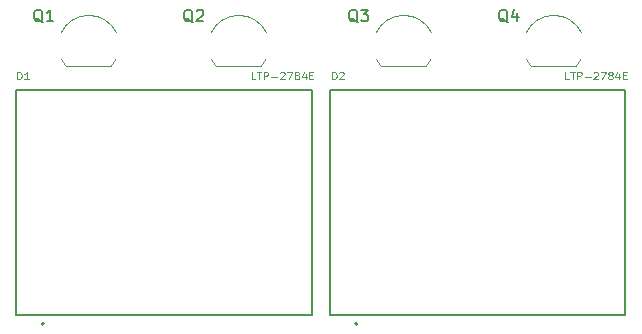
<source format=gbr>
G04 #@! TF.GenerationSoftware,KiCad,Pcbnew,5.99.0-unknown-r16821-0ff20c18*
G04 #@! TF.CreationDate,2019-10-24T19:33:04-05:00*
G04 #@! TF.ProjectId,led_module,6c65645f-6d6f-4647-956c-652e6b696361,C*
G04 #@! TF.SameCoordinates,Original*
G04 #@! TF.FileFunction,Legend,Top*
G04 #@! TF.FilePolarity,Positive*
%FSLAX46Y46*%
G04 Gerber Fmt 4.6, Leading zero omitted, Abs format (unit mm)*
G04 Created by KiCad (PCBNEW 5.99.0-unknown-r16821-0ff20c18) date 2019-10-24 19:33:04*
%MOMM*%
%LPD*%
G04 APERTURE LIST*
%ADD10C,0.120000*%
%ADD11C,0.127000*%
%ADD12C,0.200000*%
%ADD13C,0.150000*%
%ADD14C,0.050000*%
G04 APERTURE END LIST*
D10*
X75962383Y-101442264D02*
G75*
G02X75570000Y-102030000I-2302383J1112264D01*
G01*
X76016400Y-99231193D02*
G75*
G03X73660000Y-97730000I-2356400J-1098807D01*
G01*
X71303600Y-99231193D02*
G75*
G02X73660000Y-97730000I2356400J-1098807D01*
G01*
X71337369Y-101452045D02*
G75*
G03X71720000Y-102030000I2322631J1122045D01*
G01*
X71720000Y-102030000D02*
X75570000Y-102030000D01*
X63262383Y-101442264D02*
G75*
G02X62870000Y-102030000I-2302383J1112264D01*
G01*
X63316400Y-99231193D02*
G75*
G03X60960000Y-97730000I-2356400J-1098807D01*
G01*
X58603600Y-99231193D02*
G75*
G02X60960000Y-97730000I2356400J-1098807D01*
G01*
X58637369Y-101452045D02*
G75*
G03X59020000Y-102030000I2322631J1122045D01*
G01*
X59020000Y-102030000D02*
X62870000Y-102030000D01*
X49292383Y-101442264D02*
G75*
G02X48900000Y-102030000I-2302383J1112264D01*
G01*
X49346400Y-99231193D02*
G75*
G03X46990000Y-97730000I-2356400J-1098807D01*
G01*
X44633600Y-99231193D02*
G75*
G02X46990000Y-97730000I2356400J-1098807D01*
G01*
X44667369Y-101452045D02*
G75*
G03X45050000Y-102030000I2322631J1122045D01*
G01*
X45050000Y-102030000D02*
X48900000Y-102030000D01*
X36592383Y-101442264D02*
G75*
G02X36200000Y-102030000I-2302383J1112264D01*
G01*
X36646400Y-99231193D02*
G75*
G03X34290000Y-97730000I-2356400J-1098807D01*
G01*
X31933600Y-99231193D02*
G75*
G02X34290000Y-97730000I2356400J-1098807D01*
G01*
X31967369Y-101452045D02*
G75*
G03X32350000Y-102030000I2322631J1122045D01*
G01*
X32350000Y-102030000D02*
X36200000Y-102030000D01*
D11*
X79693000Y-104013000D02*
X79693000Y-123063000D01*
X54673000Y-104013000D02*
X79693000Y-104013000D01*
X54673000Y-123063000D02*
X54673000Y-104013000D01*
X79693000Y-123063000D02*
X54673000Y-123063000D01*
D12*
X57033000Y-123838000D02*
G75*
G03X57033000Y-123838000I-100000J0D01*
G01*
D11*
X53150000Y-104013000D02*
X53150000Y-123063000D01*
X28130000Y-104013000D02*
X53150000Y-104013000D01*
X28130000Y-123063000D02*
X28130000Y-104013000D01*
X53150000Y-123063000D02*
X28130000Y-123063000D01*
D12*
X30490000Y-123838000D02*
G75*
G03X30490000Y-123838000I-100000J0D01*
G01*
D13*
X69754761Y-98337619D02*
X69659523Y-98290000D01*
X69564285Y-98194761D01*
X69421428Y-98051904D01*
X69326190Y-98004285D01*
X69230952Y-98004285D01*
X69278571Y-98242380D02*
X69183333Y-98194761D01*
X69088095Y-98099523D01*
X69040476Y-97909047D01*
X69040476Y-97575714D01*
X69088095Y-97385238D01*
X69183333Y-97290000D01*
X69278571Y-97242380D01*
X69469047Y-97242380D01*
X69564285Y-97290000D01*
X69659523Y-97385238D01*
X69707142Y-97575714D01*
X69707142Y-97909047D01*
X69659523Y-98099523D01*
X69564285Y-98194761D01*
X69469047Y-98242380D01*
X69278571Y-98242380D01*
X70564285Y-97575714D02*
X70564285Y-98242380D01*
X70326190Y-97194761D02*
X70088095Y-97909047D01*
X70707142Y-97909047D01*
X57054761Y-98337619D02*
X56959523Y-98290000D01*
X56864285Y-98194761D01*
X56721428Y-98051904D01*
X56626190Y-98004285D01*
X56530952Y-98004285D01*
X56578571Y-98242380D02*
X56483333Y-98194761D01*
X56388095Y-98099523D01*
X56340476Y-97909047D01*
X56340476Y-97575714D01*
X56388095Y-97385238D01*
X56483333Y-97290000D01*
X56578571Y-97242380D01*
X56769047Y-97242380D01*
X56864285Y-97290000D01*
X56959523Y-97385238D01*
X57007142Y-97575714D01*
X57007142Y-97909047D01*
X56959523Y-98099523D01*
X56864285Y-98194761D01*
X56769047Y-98242380D01*
X56578571Y-98242380D01*
X57340476Y-97242380D02*
X57959523Y-97242380D01*
X57626190Y-97623333D01*
X57769047Y-97623333D01*
X57864285Y-97670952D01*
X57911904Y-97718571D01*
X57959523Y-97813809D01*
X57959523Y-98051904D01*
X57911904Y-98147142D01*
X57864285Y-98194761D01*
X57769047Y-98242380D01*
X57483333Y-98242380D01*
X57388095Y-98194761D01*
X57340476Y-98147142D01*
X43084761Y-98337619D02*
X42989523Y-98290000D01*
X42894285Y-98194761D01*
X42751428Y-98051904D01*
X42656190Y-98004285D01*
X42560952Y-98004285D01*
X42608571Y-98242380D02*
X42513333Y-98194761D01*
X42418095Y-98099523D01*
X42370476Y-97909047D01*
X42370476Y-97575714D01*
X42418095Y-97385238D01*
X42513333Y-97290000D01*
X42608571Y-97242380D01*
X42799047Y-97242380D01*
X42894285Y-97290000D01*
X42989523Y-97385238D01*
X43037142Y-97575714D01*
X43037142Y-97909047D01*
X42989523Y-98099523D01*
X42894285Y-98194761D01*
X42799047Y-98242380D01*
X42608571Y-98242380D01*
X43418095Y-97337619D02*
X43465714Y-97290000D01*
X43560952Y-97242380D01*
X43799047Y-97242380D01*
X43894285Y-97290000D01*
X43941904Y-97337619D01*
X43989523Y-97432857D01*
X43989523Y-97528095D01*
X43941904Y-97670952D01*
X43370476Y-98242380D01*
X43989523Y-98242380D01*
X30384761Y-98337619D02*
X30289523Y-98290000D01*
X30194285Y-98194761D01*
X30051428Y-98051904D01*
X29956190Y-98004285D01*
X29860952Y-98004285D01*
X29908571Y-98242380D02*
X29813333Y-98194761D01*
X29718095Y-98099523D01*
X29670476Y-97909047D01*
X29670476Y-97575714D01*
X29718095Y-97385238D01*
X29813333Y-97290000D01*
X29908571Y-97242380D01*
X30099047Y-97242380D01*
X30194285Y-97290000D01*
X30289523Y-97385238D01*
X30337142Y-97575714D01*
X30337142Y-97909047D01*
X30289523Y-98099523D01*
X30194285Y-98194761D01*
X30099047Y-98242380D01*
X29908571Y-98242380D01*
X31289523Y-98242380D02*
X30718095Y-98242380D01*
X31003809Y-98242380D02*
X31003809Y-97242380D01*
X30908571Y-97385238D01*
X30813333Y-97480476D01*
X30718095Y-97528095D01*
D14*
X54899565Y-103159556D02*
X54899565Y-102519484D01*
X55051964Y-102519484D01*
X55143402Y-102549964D01*
X55204362Y-102610923D01*
X55234841Y-102671882D01*
X55265321Y-102793800D01*
X55265321Y-102885239D01*
X55234841Y-103007158D01*
X55204362Y-103068117D01*
X55143402Y-103129076D01*
X55051964Y-103159556D01*
X54899565Y-103159556D01*
X55509158Y-102580443D02*
X55539637Y-102549964D01*
X55600597Y-102519484D01*
X55752995Y-102519484D01*
X55813954Y-102549964D01*
X55844434Y-102580443D01*
X55874913Y-102641402D01*
X55874913Y-102702362D01*
X55844434Y-102793800D01*
X55478678Y-103159556D01*
X55874913Y-103159556D01*
X74944452Y-103159660D02*
X74639546Y-103159660D01*
X74639546Y-102519358D01*
X75066414Y-102519358D02*
X75432301Y-102519358D01*
X75249358Y-103159660D02*
X75249358Y-102519358D01*
X75645735Y-103159660D02*
X75645735Y-102519358D01*
X75889660Y-102519358D01*
X75950641Y-102549849D01*
X75981131Y-102580339D01*
X76011622Y-102641320D01*
X76011622Y-102732792D01*
X75981131Y-102793773D01*
X75950641Y-102824264D01*
X75889660Y-102854754D01*
X75645735Y-102854754D01*
X76286037Y-102915735D02*
X76773886Y-102915735D01*
X77048301Y-102580339D02*
X77078792Y-102549849D01*
X77139773Y-102519358D01*
X77292226Y-102519358D01*
X77353207Y-102549849D01*
X77383698Y-102580339D01*
X77414188Y-102641320D01*
X77414188Y-102702301D01*
X77383698Y-102793773D01*
X77017811Y-103159660D01*
X77414188Y-103159660D01*
X77627622Y-102519358D02*
X78054490Y-102519358D01*
X77780075Y-103159660D01*
X78389887Y-102793773D02*
X78328905Y-102763283D01*
X78298415Y-102732792D01*
X78267924Y-102671811D01*
X78267924Y-102641320D01*
X78298415Y-102580339D01*
X78328905Y-102549849D01*
X78389887Y-102519358D01*
X78511849Y-102519358D01*
X78572830Y-102549849D01*
X78603321Y-102580339D01*
X78633811Y-102641320D01*
X78633811Y-102671811D01*
X78603321Y-102732792D01*
X78572830Y-102763283D01*
X78511849Y-102793773D01*
X78389887Y-102793773D01*
X78328905Y-102824264D01*
X78298415Y-102854754D01*
X78267924Y-102915735D01*
X78267924Y-103037698D01*
X78298415Y-103098679D01*
X78328905Y-103129169D01*
X78389887Y-103159660D01*
X78511849Y-103159660D01*
X78572830Y-103129169D01*
X78603321Y-103098679D01*
X78633811Y-103037698D01*
X78633811Y-102915735D01*
X78603321Y-102854754D01*
X78572830Y-102824264D01*
X78511849Y-102793773D01*
X79182641Y-102732792D02*
X79182641Y-103159660D01*
X79030189Y-102488867D02*
X78877736Y-102946226D01*
X79274113Y-102946226D01*
X79518038Y-102824264D02*
X79731472Y-102824264D01*
X79822943Y-103159660D02*
X79518038Y-103159660D01*
X79518038Y-102519358D01*
X79822943Y-102519358D01*
X28229565Y-103159556D02*
X28229565Y-102519484D01*
X28381964Y-102519484D01*
X28473402Y-102549964D01*
X28534362Y-102610923D01*
X28564841Y-102671882D01*
X28595321Y-102793800D01*
X28595321Y-102885239D01*
X28564841Y-103007158D01*
X28534362Y-103068117D01*
X28473402Y-103129076D01*
X28381964Y-103159556D01*
X28229565Y-103159556D01*
X29204913Y-103159556D02*
X28839158Y-103159556D01*
X29022036Y-103159556D02*
X29022036Y-102519484D01*
X28961076Y-102610923D01*
X28900117Y-102671882D01*
X28839158Y-102702362D01*
X48401452Y-103159660D02*
X48096546Y-103159660D01*
X48096546Y-102519358D01*
X48523414Y-102519358D02*
X48889301Y-102519358D01*
X48706358Y-103159660D02*
X48706358Y-102519358D01*
X49102735Y-103159660D02*
X49102735Y-102519358D01*
X49346660Y-102519358D01*
X49407641Y-102549849D01*
X49438131Y-102580339D01*
X49468622Y-102641320D01*
X49468622Y-102732792D01*
X49438131Y-102793773D01*
X49407641Y-102824264D01*
X49346660Y-102854754D01*
X49102735Y-102854754D01*
X49743037Y-102915735D02*
X50230886Y-102915735D01*
X50505301Y-102580339D02*
X50535792Y-102549849D01*
X50596773Y-102519358D01*
X50749226Y-102519358D01*
X50810207Y-102549849D01*
X50840698Y-102580339D01*
X50871188Y-102641320D01*
X50871188Y-102702301D01*
X50840698Y-102793773D01*
X50474811Y-103159660D01*
X50871188Y-103159660D01*
X51084622Y-102519358D02*
X51511490Y-102519358D01*
X51237075Y-103159660D01*
X51846887Y-102793773D02*
X51785905Y-102763283D01*
X51755415Y-102732792D01*
X51724924Y-102671811D01*
X51724924Y-102641320D01*
X51755415Y-102580339D01*
X51785905Y-102549849D01*
X51846887Y-102519358D01*
X51968849Y-102519358D01*
X52029830Y-102549849D01*
X52060321Y-102580339D01*
X52090811Y-102641320D01*
X52090811Y-102671811D01*
X52060321Y-102732792D01*
X52029830Y-102763283D01*
X51968849Y-102793773D01*
X51846887Y-102793773D01*
X51785905Y-102824264D01*
X51755415Y-102854754D01*
X51724924Y-102915735D01*
X51724924Y-103037698D01*
X51755415Y-103098679D01*
X51785905Y-103129169D01*
X51846887Y-103159660D01*
X51968849Y-103159660D01*
X52029830Y-103129169D01*
X52060321Y-103098679D01*
X52090811Y-103037698D01*
X52090811Y-102915735D01*
X52060321Y-102854754D01*
X52029830Y-102824264D01*
X51968849Y-102793773D01*
X52639641Y-102732792D02*
X52639641Y-103159660D01*
X52487189Y-102488867D02*
X52334736Y-102946226D01*
X52731113Y-102946226D01*
X52975038Y-102824264D02*
X53188472Y-102824264D01*
X53279943Y-103159660D02*
X52975038Y-103159660D01*
X52975038Y-102519358D01*
X53279943Y-102519358D01*
M02*

</source>
